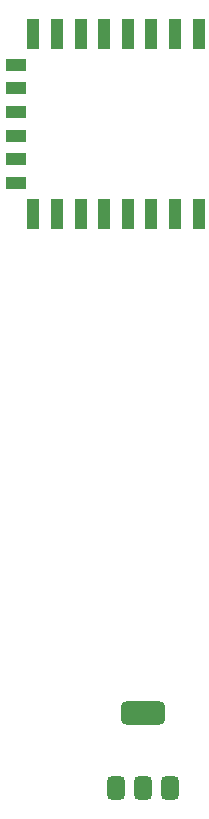
<source format=gbr>
%TF.GenerationSoftware,KiCad,Pcbnew,8.0.5*%
%TF.CreationDate,2025-01-18T17:06:11+08:00*%
%TF.ProjectId,cheap2,63686561-7032-42e6-9b69-6361645f7063,rev?*%
%TF.SameCoordinates,Original*%
%TF.FileFunction,Paste,Bot*%
%TF.FilePolarity,Positive*%
%FSLAX46Y46*%
G04 Gerber Fmt 4.6, Leading zero omitted, Abs format (unit mm)*
G04 Created by KiCad (PCBNEW 8.0.5) date 2025-01-18 17:06:11*
%MOMM*%
%LPD*%
G01*
G04 APERTURE LIST*
G04 Aperture macros list*
%AMRoundRect*
0 Rectangle with rounded corners*
0 $1 Rounding radius*
0 $2 $3 $4 $5 $6 $7 $8 $9 X,Y pos of 4 corners*
0 Add a 4 corners polygon primitive as box body*
4,1,4,$2,$3,$4,$5,$6,$7,$8,$9,$2,$3,0*
0 Add four circle primitives for the rounded corners*
1,1,$1+$1,$2,$3*
1,1,$1+$1,$4,$5*
1,1,$1+$1,$6,$7*
1,1,$1+$1,$8,$9*
0 Add four rect primitives between the rounded corners*
20,1,$1+$1,$2,$3,$4,$5,0*
20,1,$1+$1,$4,$5,$6,$7,0*
20,1,$1+$1,$6,$7,$8,$9,0*
20,1,$1+$1,$8,$9,$2,$3,0*%
G04 Aperture macros list end*
%ADD10RoundRect,0.375000X0.375000X-0.625000X0.375000X0.625000X-0.375000X0.625000X-0.375000X-0.625000X0*%
%ADD11RoundRect,0.500000X1.400000X-0.500000X1.400000X0.500000X-1.400000X0.500000X-1.400000X-0.500000X0*%
%ADD12R,1.000000X2.500000*%
%ADD13R,1.800000X1.000000*%
G04 APERTURE END LIST*
D10*
%TO.C,U2*%
X114700000Y-149000000D03*
X112400000Y-148999999D03*
D11*
X112400000Y-142700001D03*
D10*
X110100000Y-149000000D03*
%TD*%
D12*
%TO.C,U1*%
X117100000Y-100400000D03*
X115100000Y-100400000D03*
X113100000Y-100400000D03*
X111100001Y-100400000D03*
X109100000Y-100400000D03*
X107099999Y-100400000D03*
X105100000Y-100400000D03*
X103100000Y-100400000D03*
D13*
X101600001Y-97800000D03*
X101600000Y-95800000D03*
X101600000Y-93800000D03*
X101600000Y-91800000D03*
X101600000Y-89800000D03*
X101600001Y-87800000D03*
D12*
X103100000Y-85200000D03*
X105100000Y-85200000D03*
X107099999Y-85200000D03*
X109100000Y-85200000D03*
X111100001Y-85200000D03*
X113100000Y-85200000D03*
X115100000Y-85200000D03*
X117100000Y-85200000D03*
%TD*%
M02*

</source>
